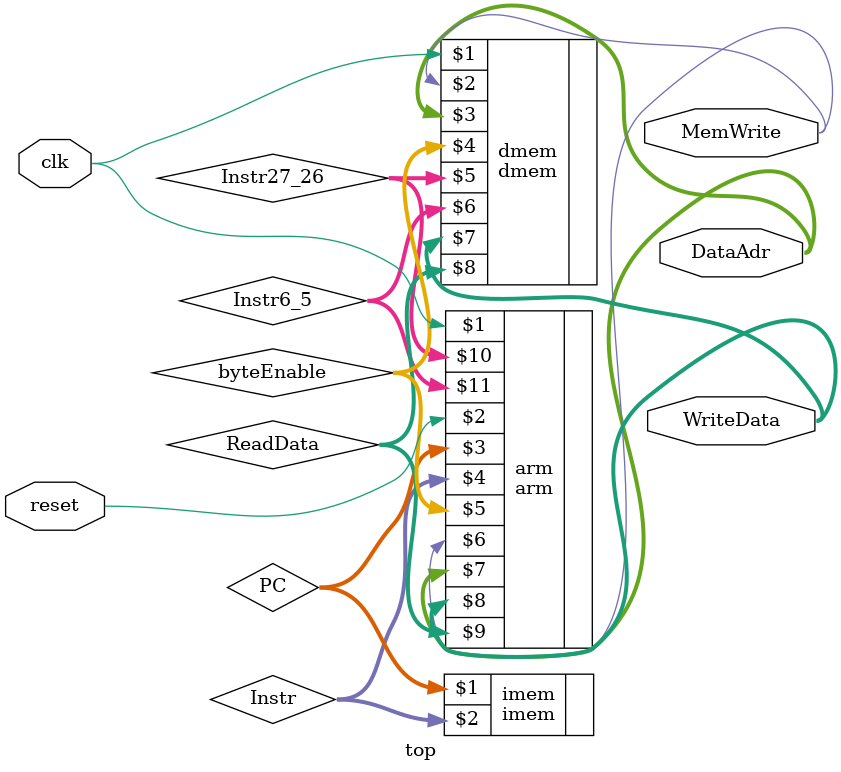
<source format=sv>
module top(
    input  logic clk, reset,
    output logic [31:0] DataAdr,
    output logic [31:0] WriteData,
    output logic MemWrite
    );

    logic [31:0] PC, Instr, ReadData;
    logic [3:0] byteEnable;
    logic [1:0] Instr27_26, Instr6_5; 

    // instantiate processor and memories
    arm  arm(clk, reset, PC, Instr, byteEnable, MemWrite, DataAdr, WriteData, ReadData, Instr27_26, Instr6_5);
    
    imem imem(PC, Instr);
   
    // pass dmem a different value for Instr[26:26] and Instr[6:5] 
    dmem dmem(clk, MemWrite, DataAdr, byteEnable, Instr27_26, Instr6_5, WriteData, ReadData);
    
endmodule

</source>
